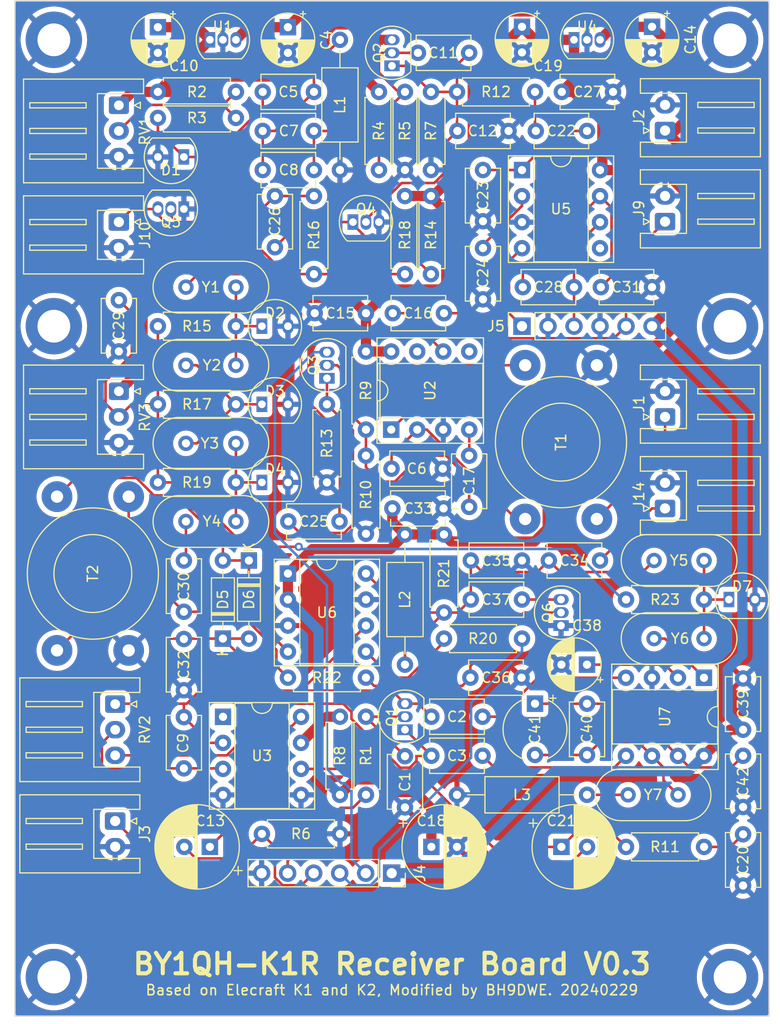
<source format=kicad_pcb>
(kicad_pcb (version 20221018) (generator pcbnew)
  (layers (0 "F.Cu" signal) (31 "B.Cu" signal) (34 "B.Paste" user) (35 "F.Paste" user) (36 "B.SilkS" user "B.Silkscreen") (37 "F.SilkS" user "F.Silkscreen") (38 "B.Mask" user) (39 "F.Mask" user) (44 "Edge.Cuts" user))
  (net 0 "")
  (net 1 "+12V")
  (net 2 "GND")
  (net 3 "Net-(Q1-G)")
  (net 4 "Net-(D1-K)")
  (net 5 "Net-(Q1-D)")
  (net 6 "Net-(Q1-S)")
  (net 7 "+5VA")
  (net 8 "VFO_Out")
  (net 9 "+5V")
  (net 10 "Net-(U2-OSC_B)")
  (net 11 "PreMix")
  (net 12 "Net-(U2-OUT_A)")
  (net 13 "Net-(Q2-B)")
  (net 14 "Net-(C5-Pad1)")
  (net 15 "Net-(T1-SA)")
  (net 16 "Net-(U3--)")
  (net 17 "Net-(Q3-E)")
  (net 18 "Net-(U3-BYPASS)")
  (net 19 "SideTone")
  (net 20 "Net-(Q3-B)")
  (net 21 "Net-(C20-Pad1)")
  (net 22 "Net-(C21-Pad1)")
  (net 23 "Net-(U5-IN_A)")
  (net 24 "Net-(C22-Pad2)")
  (net 25 "Net-(U5-IN_B)")
  (net 26 "Net-(C25-Pad2)")
  (net 27 "AF_1")
  (net 28 "Net-(Q5-B)")
  (net 29 "AF_2")
  (net 30 "Net-(Q4-E)")
  (net 31 "Net-(U5-OSC_E)")
  (net 32 "Net-(J5-Pin_3)")
  (net 33 "BW_Ctrl")
  (net 34 "Net-(C30-Pad1)")
  (net 35 "Net-(D5-A)")
  (net 36 "Coil_2A")
  (net 37 "Net-(D5-K)")
  (net 38 "Net-(J14-Pin_1)")
  (net 39 "Net-(U6-OUTB)")
  (net 40 "Net-(Q6-B)")
  (net 41 "Net-(Q6-C)")
  (net 42 "Net-(U7-IN_B)")
  (net 43 "Net-(U7-OSC_E)")
  (net 44 "Net-(D2-K)")
  (net 45 "Net-(D3-K)")
  (net 46 "Net-(D4-K)")
  (net 47 "6R{slash}AUX")
  (net 48 "Net-(U7-OSC_B)")
  (net 49 "Net-(D7-K)")
  (net 50 "AGC")
  (net 51 "Mute")
  (net 52 "Net-(J5-Pin_1)")
  (net 53 "Net-(J10-Pin_1)")
  (net 54 "Net-(L3-Pad1)")
  (net 55 "Net-(R2-Pad2)")
  (net 56 "Net-(U3-VS)")
  (net 57 "Net-(T1-SB)")
  (net 58 "Net-(U6-AGC)")
  (net 63 "Net-(J1-Pin_1)")
  (net 64 "Net-(J3-Pin_1)")
  (net 65 "Net-(U7-IN_A)")
  (footprint "MountingHole:MountingHole_3.2mm_M3_ISO14580_Pad" (layer "F.Cu") (at 109.22 69.85)
    (fp_text reference "J8")
    (fp_text value "Conn_01x01")
  )
  (footprint "Package_TO_SOT_THT:TO-92_Inline" (layer "F.Cu") (at 92.71 127 90)
    (fp_text reference "Q6")
    (fp_text value "2N3904")
  )
  (footprint "Capacitor_THT:CP_Radial_D5.0mm_P2.50mm" (layer "F.Cu") (at 101.6 68.58 -90)
    (fp_text reference "C14")
    (fp_text value "10u")
  )
  (footprint "Capacitor_THT:C_Disc_D5.1mm_W3.2mm_P5.00mm" (layer "F.Cu") (at 68.58 74.93 180)
    (fp_text reference "C5")
    (fp_text value "220")
  )
  (footprint "Capacitor_THT:CP_Radial_D5.0mm_P2.50mm" (layer "F.Cu") (at 88.9 68.58 -90)
    (fp_text reference "C19")
    (fp_text value "10u")
  )
  (footprint "Resistor_THT:R_Axial_DIN0207_L6.3mm_D2.5mm_P7.62mm_Horizontal" (layer "F.Cu") (at 66.04 132.08)
    (fp_text reference "R22")
    (fp_text value "3.9k")
  )
  (footprint "Package_DIP:DIP-8_W7.62mm_Socket" (layer "F.Cu") (at 76.13 107.88 90)
    (fp_text reference "U2")
    (fp_text value "SA602")
  )
  (footprint "Diode_THT:D_DO-35_SOD27_P7.62mm_Horizontal" (layer "F.Cu") (at 59.69 128.27 90)
    (fp_text reference "D5")
    (fp_text value "1N4148")
  )
  (footprint "Capacitor_THT:CP_Radial_D8.0mm_P2.50mm" (layer "F.Cu") (at 92.75 148.59)
    (fp_text reference "C21")
    (fp_text value "220u")
  )
  (footprint "Connector_PinSocket_2.54mm:PinSocket_1x06_P2.54mm_Vertical" (layer "F.Cu") (at 76.175 151.155 -90)
    (fp_text reference "J4")
    (fp_text value "Outer_Ctrl")
  )
  (footprint "Resistor_THT:R_Axial_DIN0207_L6.3mm_D2.5mm_P7.62mm_Horizontal" (layer "F.Cu") (at 73.66 107.88 90)
    (fp_text reference "R9")
    (fp_text value "27k")
  )
  (footprint "Resistor_THT:R_Axial_DIN0207_L6.3mm_D2.5mm_P7.62mm_Horizontal" (layer "F.Cu") (at 60.96 77.47 180)
    (fp_text reference "R3")
    (fp_text value "100k")
  )
  (footprint "Capacitor_THT:C_Disc_D5.1mm_W3.2mm_P5.00mm" (layer "F.Cu") (at 55.88 120.65 -90)
    (fp_text reference "C30")
    (fp_text value "220")
  )
  (footprint "Connector_JST:JST_XH_S2B-XH-A_1x02_P2.50mm_Horizontal" (layer "F.Cu") (at 102.87 106.64 90)
    (fp_text reference "J1")
    (fp_text value "RF_IN")
  )
  (footprint "Capacitor_THT:C_Disc_D5.1mm_W3.2mm_P5.00mm" (layer "F.Cu") (at 66.08 116.84)
    (fp_text reference "C25")
    (fp_text value "220")
  )
  (footprint "Capacitor_THT:C_Disc_D5.1mm_W3.2mm_P5.00mm" (layer "F.Cu") (at 55.88 135.93 -90)
    (fp_text reference "C9")
    (fp_text value ".01u")
  )
  (footprint "Capacitor_THT:C_Disc_D5.1mm_W3.2mm_P5.00mm" (layer "F.Cu") (at 77.47 139.74 -90)
    (fp_text reference "C1")
    (fp_text value ".047u")
  )
  (footprint "Crystal:Crystal_HC49-U_Vertical" (layer "F.Cu") (at 106.68 128.27 180)
    (fp_text reference "Y6")
    (fp_text value "4.915MHz")
  )
  (footprint "Resistor_THT:R_Axial_DIN0207_L6.3mm_D2.5mm_P7.62mm_Horizontal" (layer "F.Cu") (at 90.17 74.93 180)
    (fp_text reference "R12")
    (fp_text value "2.7k")
  )
  (footprint "Resistor_THT:R_Axial_DIN0207_L6.3mm_D2.5mm_P7.62mm_Horizontal" (layer "F.Cu") (at 60.96 113.03 180)
    (fp_text reference "R19")
    (fp_text value "100k")
  )
  (footprint "Capacitor_THT:C_Disc_D5.1mm_W3.2mm_P5.00mm" (layer "F.Cu") (at 49.53 95.25 -90)
    (fp_text reference "C29")
    (fp_text value ".01u")
  )
  (footprint "Capacitor_THT:C_Disc_D5.1mm_W3.2mm_P5.00mm" (layer "F.Cu") (at 55.88 128.31 -90)
    (fp_text reference "C32")
    (fp_text value ".01u")
  )
  (footprint "Capacitor_THT:C_Disc_D5.1mm_W3.2mm_P5.00mm" (layer "F.Cu") (at 96.52 120.65 180)
    (fp_text reference "C34")
    (fp_text value ".01u")
  )
  (footprint "Capacitor_THT:CP_Radial_D8.0mm_P2.50mm" (layer "F.Cu") (at 58.42 148.59 180)
    (fp_text reference "C13")
    (fp_text value "22u")
  )
  (footprint "Resistor_THT:R_Axial_DIN0207_L6.3mm_D2.5mm_P7.62mm_Horizontal" (layer "F.Cu") (at 88.9 128.27 180)
    (fp_text reference "R20")
    (fp_text value "5k")
  )
  (footprint "Package_TO_SOT_THT:TO-92_Inline" (layer "F.Cu") (at 72.39 87.63)
    (fp_text reference "Q4")
    (fp_text value "2N3906")
  )
  (footprint "Resistor_THT:R_Axial_DIN0207_L6.3mm_D2.5mm_P7.62mm_Horizontal" (layer "F.Cu") (at 63.5 147.32)
    (fp_text reference "R6")
    (fp_text value "1k")
  )
  (footprint "Capacitor_THT:C_Disc_D5.1mm_W3.2mm_P5.00mm" (layer "F.Cu") (at 88.9 120.65 180)
    (fp_text reference "C35")
    (fp_text value "180")
  )
  (footprint "Package_DIP:DIP-8_W7.62mm_Socket" (layer "F.Cu") (at 106.67 132.09 -90)
    (fp_text reference "U7")
    (fp_text value "SA602")
  )
  (footprint "Transformer_THT:Transformer_Toroid_Horizontal_D12.5mm_Amidon-T44" (layer "F.Cu") (at 96.21 116.6 90)
    (fp_text reference "T1")
    (fp_text value "4:20")
  )
  (footprint "MountingHole:MountingHole_3.2mm_M3_ISO14580_Pad" (layer "F.Cu") (at 43.18 161.29)
    (fp_text reference "J12")
    (fp_text value "Conn_01x01")
  )
  (footprint "Capacitor_THT:C_Disc_D5.1mm_W3.2mm_P5.00mm" (layer "F.Cu") (at 64.77 85.09 -90)
    (fp_text reference "C26")
    (fp_text value "100")
  )
  (footprint "Resistor_THT:R_Axial_DIN0207_L6.3mm_D2.5mm_P7.62mm_Horizontal" (layer "F.Cu") (at 69.85 113.03 90)
    (fp_text reference "R13")
    (fp_text value "27k")
  )
  (footprint "Connector_PinSocket_2.54mm:PinSocket_1x06_P2.54mm_Vertical" (layer "F.Cu") (at 88.9 97.79 90)
    (fp_text reference "J5")
    (fp_text value "Premix_Filter")
  )
  (footprint "Connector_JST:JST_XH_S3B-XH-A_1x03_P2.50mm_Horizontal" (layer "F.Cu") (at 49.53 104.14 -90)
    (fp_text reference "RV3")
    (fp_text value "100k")
  )
  (footprint "Capacitor_THT:C_Disc_D5.1mm_W3.2mm_P5.00mm" (layer "F.Cu") (at 96.6 93.98)
    (fp_text reference "C31")
    (fp_text value "39")
  )
  (footprint "Capacitor_THT:C_Disc_D5.1mm_W3.2mm_P5.00mm" (layer "F.Cu") (at 97.79 74.93 180)
    (fp_text reference "C27")
    (fp_text value "0.47u")
  )
  (footprint "Resistor_THT:R_Axial_DIN0207_L6.3mm_D2.5mm_P7.62mm_Horizontal" (layer "F.Cu") (at 106.68 124.46 180)
    (fp_text reference "R23")
    (fp_text value "100k")
  )
  (footprint "Crystal:Crystal_HC49-U_Vertical" (layer "F.Cu") (at 60.96 101.6 180)
    (fp_text reference "Y2")
    (fp_text value "4.915MHz")
  )
  (footprint "Capacitor_THT:C_Disc_D5.1mm_W3.2mm_P5.00mm" (layer "F.Cu") (at 110.49 147.36 -90)
    (fp_text reference "C20")
    (fp_text value ".047u")
  )
  (footprint "Capacitor_THT:CP_Radial_D5.0mm_P2.50mm" (layer "F.Cu") (at 53.34 68.62 -90)
    (fp_text reference "C10")
    (fp_text value "10u")
  )
  (footprint "Package_DIP:DIP-8_W7.62mm_Socket" (layer "F.Cu") (at 66.04 121.92)
    (fp_text reference "U6")
    (fp_text value "MC1350")
  )
  (footprint "Package_TO_SOT_THT:TO-92-2" (layer "F.Cu") (at 63.5 113.03)
    (fp_text reference "D4")
    (fp_text value "ISV149")
  )
  (footprint "Capacitor_THT:C_Disc_D5.1mm_W3.2mm_P5.00mm" (layer "F.Cu") (at 88.98 93.98)
    (fp_text reference "C28")
    (fp_text value "39")
  )
  (footprint "Capacitor_THT:C_Disc_D5.1mm_W3.2mm_P5.00mm" (layer "F.Cu") (at 76.16 111.69)
    (fp_text reference "C6")
    (fp_text value ".01u")
  )
  (footprint "Capacitor_THT:C_Disc_D5.1mm_W3.2mm_P5.00mm" (layer "F.Cu") (at 85.05 135.89 180)
    (fp_text reference "C2")
    (fp_text value "0.1u")
  )
  (footprint "Resistor_THT:R_Axial_DIN0207_L6.3mm_D2.5mm_P7.62mm_Horizontal" (layer "F.Cu") (at 81.28 118.11 -90)
    (fp_text reference "R21")
    (fp_text value "5.6k")
  )
  (footprint "Connector_JST:JST_XH_S2B-XH-A_1x02_P2.50mm_Horizontal" (layer "F.Cu") (at 49.17 146.07 -90)
    (fp_text reference "J3")
    (fp_text value "Audio")
  )
  (footprint "Inductor_THT:L_Axial_L7.0mm_D3.3mm_P12.70mm_Horizontal_Fastron_MICC" (layer "F.Cu") (at 77.47 130.81 90)
    (fp_text reference "L2")
    (fp_text value "4.7u")
  )
  (footprint "Resistor_THT:R_Axial_DIN0207_L6.3mm_D2.5mm_P7.62mm_Horizontal" (layer "F.Cu") (at 60.96 97.79 180)
    (fp_text reference "R15")
    (fp_text value "100k")
  )
  (footprint "Resistor_THT:R_Axial_DIN0207_L6.3mm_D2.5mm_P7.62mm_Horizontal" (layer "F.Cu") (at 68.58 92.71 90)
    (fp_text reference "R16")
    (fp_text value "100k")
  )
  (footprint "Package_TO_SOT_THT:TO-92_Inline" (layer "F.Cu") (at 55.88 86.36 180)
    (fp_text reference "Q5")
    (fp_text value "2N3904")
  )
  (footprint "Capacitor_THT:C_Disc_D5.1mm_W3.2mm_P5.00mm" (layer "F.Cu") (at 81.24 115.57 180)
    (fp_text reference "C33")
    (fp_text value "0.47u")
  )
  (footprint "Crystal:Crystal_HC49-U_Vertical" (layer "F.Cu") (at 60.96 116.84 180)
    (fp_text reference "Y4")
    (fp_text value "4.915MHz")
  )
  (footprint "Capacitor_THT:C_Disc_D5.1mm_W3.2mm_P5.00mm" (layer "F.Cu") (at 83.86 132.08)
    (fp_text reference "C36")
    (fp_text value ".01u")
  )
  (footprint "Inductor_THT:L_Axial_L7.0mm_D3.3mm_P12.70mm_Horizontal_Fastron_MICC" (layer "F.Cu") (at 95.25 143.51 180)
    (fp_text reference "L3")
    (fp_text value "47u")
  )
  (footprint "Package_TO_SOT_THT:TO-92-2" (layer "F.Cu") (at 63.5 97.79)
    (fp_text reference "D2")
    (fp_text value "ISV149")
  )
  (footprint "Resistor_THT:R_Axial_DIN0207_L6.3mm_D2.5mm_P7.62mm_Horizontal" (layer "F.Cu") (at 53.34 74.93)
    (fp_text reference "R2")
    (fp_text value "100k")
  )
  (footprint "Crystal:Crystal_HC49-U_Vertical" (layer "F.Cu") (at 56.08 109.22)
    (fp_text reference "Y3")
    (fp_text value "4.915MHz")
  )
  (footprint "MountingHole:MountingHole_3.2mm_M3_ISO14580_Pad" (layer "F.Cu") (at 109.22 97.79)
    (fp_text reference "J7")
    (fp_text value "Conn_01x01")
  )
  (footprint "Package_DIP:DIP-8_W7.62mm_Socket" (layer "F.Cu") (at 59.7 135.9)
    (fp_text reference "U3")
    (fp_text value "LM380N-8")
  )
  (footprint "Capacitor_THT:C_Disc_D5.1mm_W3.2mm_P5.00mm" (layer "F.Cu") (at 76.28 96.52)
    (fp_text reference "C16")
    (fp_text value "1000")
  )
  (footprint "Resistor_THT:R_Axial_DIN0207_L6.3mm_D2.5mm_P7.62mm_Horizontal" (layer "F.Cu") (at 74.93 82.55 90)
    (fp_text reference "R4")
    (fp_text value "51k")
  )
  (footprint "Resistor_THT:R_Axial_DIN0207_L6.3mm_D2.5mm_P7.62mm_Horizontal" (layer "F.Cu") (at 80.01 85.09 -90)
    (fp_text reference "R14")
    (fp_text value "2.7k")
  )
  (footprint "Capacitor_THT:C_Disc_D5.1mm_W3.2mm_P5.00mm" (layer "F.Cu") (at 78.74 71.12)
    (fp_text reference "C11")
    (fp_text value "1000")
  )
  (footprint "Capacitor_THT:C_Disc_D5.1mm_W3.2mm_P5.00mm" (layer "F.Cu") (at 88.9 124.46 180)
    (fp_text reference "C37")
    (fp_text value "100")
  )
  (footprint "Package_TO_SOT_THT:TO-92-2" (layer "F.Cu") (at 63.5 105.41)
    (fp_text reference "D3")
    (fp_text value "ISV149")
  )
  (footprint "Capacitor_THT:C_Disc_D5.1mm_W3.2mm_P5.00mm" (layer "F.Cu") (at 85.09 87.55 90)
    (fp_text reference "C23")
    (fp_text value "220")
  )
  (footprint "Package_TO_SOT_THT:TO-92_Inline" (layer "F.Cu") (at 93.98 69.85)
    (fp_text reference "U4")
    (fp_text value "L78L05_TO92")
  )
  (footprint "Connector_JST:JST_XH_S2B-XH-A_1x02_P2.50mm_Horizontal" (layer "F.Cu") (at 49.53 87.63 -90)
    (fp_text reference "J10")
    (fp_text value "Freq_Counter")
  )
  (footprint "Inductor_THT:L_Axial_L7.0mm_D3.3mm_P12.70mm_Horizontal_Fastron_MICC" (layer "F.Cu") (at 71.12 69.85 -90)
    (fp_text reference "L1")
    (fp_text value "47u")
  )
  (footprint "Capacitor_THT:C_Disc_D5.1mm_W3.2mm_P5.00mm" (layer "F.Cu") (at 83.74 110.42 -90)
    (fp_text reference "C17")
    (fp_text value "1000")
  )
  (footprint "Resistor_THT:R_Axial_DIN0207_L6.3mm_D2.5mm_P7.62mm_Horizontal" (layer "F.Cu") (at 71.12 135.89 -90)
    (fp_text reference "R8")
    (fp_text value "10")
  )
  (footprint "Capacitor_THT:CP_Radial_D5.0mm_P2.50mm" (layer "F.Cu") (at 66.04 68.62 -90)
    (fp_text reference "C4")
    (fp_text value "10u")
  )
  (footprint "Package_TO_SOT_THT:TO-92-2" (layer "F.Cu") (at 109.11 124.46)
    (fp_text reference "D7")
    (fp_text value "ISV149")
  )
  (footprint "Resistor_THT:R_Axial_DIN0207_L6.3mm_D2.5mm_P7.62mm_Horizontal" (layer "F.Cu") (at 73.66 118.04 90)
    (fp_text reference "R10")
    (fp_text value "27k")
  )
  (footprint "Capacitor_THT:C_Disc_D5.1mm_W3.2mm_P5.00mm" (layer "F.Cu") (at 95.25 134.62 -90)
    (fp_text reference "C40")
    (fp_text value "22")
  )
  (footprint "Resistor_THT:R_Axial_DIN0207_L6.3mm_D2.5mm_P7.62mm_Horizontal" (layer "F.Cu") (at 106.68 148.59 180)
    (fp_text reference "R11")
    (fp_text value "1.5")
  )
  (footprint "Capacitor_THT:CP_Radial_Tantal_D6.0mm_P5.00mm" (layer "F.Cu") (at 90.17 134.62 -90)
    (fp_text reference "C41")
    (fp_text value "50")
  )
  (footprint "Resistor_THT:R_Axial_DIN0207_L6.3mm_D2.5mm_P7.62mm_Horizontal" (layer "F.Cu") (at 73.66 135.89 -90)
    (fp_text reference "R1")
    (fp_text value "47k")
  )
  (footprint "MountingHole:MountingHole_3.2mm_M3_ISO14580_Pad" (layer "F.Cu") (at 43.18 69.85)
    (fp_text reference "J6")
    (fp_text value "Conn_01x01")
  )
  (footprint "Capacitor_THT:C_Disc_D5.1mm_W3.2mm_P5.00mm" (layer "F.Cu") (at 85.05 139.7 180)
    (fp_text reference "C3")
    (fp_text value "0.1u")
  )
  (footprint "Crystal:Crystal_HC49-U_Vertical" (layer "F.Cu") (at 56.08 93.98)
    (fp_text reference "Y1")
    (fp_text value "4.915MHz")
  )
  (footprint "Package_TO_SOT_THT:TO-92_Inline" (layer "F.Cu") (at 69.85 102.87 90)
    (fp_text reference "Q3")
    (fp_text value "2N3904")
  )
  (footprint "Resistor_THT:R_Axial_DIN0207_L6.3mm_D2.5mm_P7.62mm_Horizontal" (layer "F.Cu") (at 80.01 74.93 -90)
    (fp_text reference "R7")
    (fp_text value "2k")
  )
  (footprint "Capacitor_THT:C_Disc_D5.1mm_W3.2mm_P5.00mm" (layer "F.Cu") (at 68.58 82.55 180)
    (fp_text reference "C8")
    (fp_text value "1000")
  )
  (footprint "Package_TO_SOT_THT:TO-92_Inline" (layer "F.Cu") (at 77.47 137.16 90)
    (fp_text reference "Q1")
    (fp_text value "2N7000")
  )
  (footprint "Connector_JST:JST_XH_S2B-XH-A_1x02_P2.50mm_Horizontal" (layer "F.Cu") (at 102.87 78.7 90)
    (fp_text reference "J2")
    (fp_text value "PWR_12V")
  )
  (footprint "Capacitor_THT:C_Disc_D5.1mm_W3.2mm_P5.00mm" (layer "F.Cu") (at 85.09 90.17 -90)
    (fp_text reference "C24")
    (fp_text value ".01u")
  )
  (footprint "Resistor_THT:R_Axial_DIN0207_L6.3mm_D2.5mm_P7.62mm_Horizontal" (layer "F.Cu") (at 60.96 105.41 180)
    (fp_text reference "R17")
    (fp_text value "100k")
  )
  (footprint "Crystal:Crystal_HC49-U_Vertical" (layer "F.Cu") (at 101.8 120.65)
    (fp_text reference "Y5")
    (fp_text value "4.915MHz")
  )
  (footprint "Capacitor_THT:C_Disc_D5.1mm_W3.2mm_P5.00mm" (layer "F.Cu") (at 95.25 78.74 180)
    (fp_text reference "C22")
    (fp_text value ".01u")
  )
  (footprint "Package_DIP:DIP-8_W7.62mm_Socket" (layer "F.Cu") (at 88.9 82.56)
    (fp_text reference "U5")
    (fp_text value "SA602")
  )
  (footprint "Resistor_THT:R_Axial_DIN0207_L6.3mm_D2.5mm_P7.62mm_Horizontal" (layer "F.Cu") (at 77.47 82.55 90)
    (fp_text reference "R5")
    (fp_text value "51k")
  )
  (footprint "Capacitor_THT:C_Disc_D5.1mm_W3.2mm_P5.00mm" (layer "F.Cu") (at 68.66 96.52)
    (fp_text reference "C15")
    (fp_text value "0.47u")
  )
  (footprint "MountingHole:MountingHole_3.2mm_M3_ISO14580_Pad" (layer "F.Cu") (at 43.18 97.79)
    (fp_text reference "J11")
    (fp_text value "Conn_01x01")
  )
  (footprint "Connector_JST:JST_XH_S2B-XH-A_1x02_P2.50mm_Horizontal" (layer "F.Cu") (at 102.87 115.57 90)
    (fp_text reference "J14")
    (fp_text value "IF_Out")
  )
  (footprint "Package_TO_SOT_THT:TO-92-2" (layer "F.Cu") (at 55.88 81.28 180)
    (fp_text reference "D1")
    (fp_text value "ISV149")
  )
  (footprint "Package_TO_SOT_THT:TO-92_Inline" (layer "F.Cu") (at 76.2 72.39 90)
    (fp_text reference "Q2")
    (fp_text value "S9018")
  )
  (footprint "Diode_THT:D_DO-35_SOD27_P7.62mm_Horizontal" (layer "F.Cu") (at 62.23 120.65 -90)
    (fp_text reference "D6")
    (fp_text value "1N4148")
  )
  (footprint "Capacitor_THT:C_Disc_D5.1mm_W3.2mm_P5.00mm" (layer "F.Cu") (at 68.58 78.74 180)
    (fp_text reference "C7")
    (fp_text value "220")
  )
  (footprint "Capacitor_THT:CP_Radial_D5.0mm_P2.50mm" (layer "F.Cu") (at 95.25 130.81 180)
    (fp_text reference "C38")
    (fp_text value "2.2u")
  )
  (footprint "Connector_JST:JST_XH_S3B-XH-A_1x03_P2.50mm_Horizontal" (layer "F.Cu") (at 49.53 76.24 -90)
    (fp_text reference "RV1")
    (fp_text value "100k")
  )
  (footprint "Resistor_THT:R_Axial_DIN0207_L6.3mm_D2.5mm_P7.62mm_Horizontal" (layer "F.Cu") (at 77.47 85.09 -90)
    (fp_text reference "R18")
    (fp_text value "2.7k")
  )
  (footprint "Capacitor_THT:CP_Radial_D8.0mm_P2.50mm" (layer "F.Cu") (at 80.05 148.59)
    (fp_text reference "C18")
    (fp_text value "220u")
  )
  (footprint "MountingHole:MountingHole_3.2mm_M3_ISO14580_Pad" (layer "F.Cu") (at 109.22 161.29)
    (fp_text reference "J13")
    (fp_text value "Conn_01x01")
  )
  (footprint "Connector_JST:JST_XH_S2B-XH-A_1x02_P2.50mm_Horizontal" (layer "F.Cu") (at 102.87 87.59 90)
    (fp_text reference "J9")
    (fp_text value "PreMix_Out")
  )
  (footprint "Package_TO_SOT_THT:TO-92_Inline" (layer "F.Cu") (at 58.42 69.85)
    (fp_text reference "U1")
    (fp_text value "L78L05_TO92")
  )
  (footprint "Transformer_THT:Transformer_Toroid_Horizontal_D12.5mm_Amidon-T44" (layer "F.Cu") (at 50.49 129.42 90)
    (fp_text reference "T2")
    (fp_text value "5:20")
  )
  (footprint "Capacitor_THT:C_Disc_D5.1mm_W3.2mm_P5.00mm" (layer "F.Cu") (at 110.49 139.7 -90)
    (fp_text reference "C42")
    (fp_text value "330")
  )
  (footprint "Connector_JST:JST_XH_S3B-XH-A_1x03_P2.50mm_Horizontal" (layer "F.Cu") (at 49.17 134.66 -90)
    (fp_text reference "RV2")
    (fp_text value "100k")
  )
  (footprint "Capacitor_THT:C_Disc_D5.1mm_W3.2mm_P5.00mm" (layer "F.Cu") (at 110.49 132.16 -90)
    (fp_text reference "C39")
    (fp_text value "0.47u")
  )
  (footprint "Capacitor_THT:C_Disc_D5.1mm_W3.2mm_P5.00mm" (layer "F.Cu") (at 82.59 78.74)
    (fp_text reference "C12")
    (fp_text value "1000")
  )
  (footprint "Crystal:Crystal_HC49-U_Vertical" (layer "F.Cu") (at 104.14 143.51 180)
    (fp_text reference "Y7")
    (fp_text value "4.915MHz")
  )
  (gr_rect (start 39.37 66.04) (end 113.03 165.1) (stroke (width 0.1)) (fill none) (layer "Edge.Cuts"))
  (gr_text "BY1QH-K1R Receiver Board V0.3" (at 76.2 160.02) (layer "F.SilkS") (effects (font (size 2 2) (thickness 0.4) bold)))
  (gr_text "Based on Elecraft K1 and K2, Modified by BH9DWE. 20240229" (at 76.2 162.56) (layer "F.SilkS") (effects (font (size 1 1))))
  (segment (start 81.28 118.11) (end 77.47 118.11) (width 1) (layer "F.Cu") (net 1))
  (segment (start 76.24 115.57) (end 76.24 116.88) (width 1) (layer "F.Cu") (net 1))
  (segment (start 103.87 78.7) (end 105.41 77.16) (width 1) (layer "F.Cu") (net 1))
  (segment (start 76.24 116.88) (end 77.47 118.11) (width 1) (layer "F.Cu") (net 1))
  (segment (start 66.04 121.92) (end 68.42 119.54) (width 1) (layer "F.Cu") (net 1))
  (segment (start 90.12127 118.8) (end 81.97 118.8) (width 1) (layer "F.Cu") (net 1))
  (segment (start 71.12 143.51) (end 72.62 142.01) (width 1) (layer "F.Cu") (net 1))
  (segment (start 102.87 78.7) (end 103.87 78.7) (width 1) (layer "F.Cu") (net 1))
  (segment (start 66.04 68.62) (end 62.19 68.62) (width 1) (layer "F.Cu") (net 1))
  (segment (start 96.29 67.08) (end 97.79 68.58) (width 1) (layer "F.Cu") (net 1))
  (segment (start 75.74 142.01) (end 76.97 143.24) (width 1) (layer "F.Cu") (net 1))
  (segment (start 67.58 67.08) (end 96.29 67.08) (width 1) (layer "F.Cu") (net 1))
  (segment (start 91.41 117.51127) (end 90.12127 118.8) (width 1) (layer "F.Cu") (net 1))
  (segment (start 76.04 119.54) (end 77.47 118.11) (width 1) (layer "F.Cu") (net 1))
  (segment (start 106.61 94.972032) (end 91.41 110.172032) (width 1) (layer "F.Cu") (net 1))
  (segment (start 97.79 68.58) (end 96.52 69.85) (width 1) (layer "F.Cu") (net 1))
  (segment (start 105.41 72.39) (end 101.6 68.58) (width 1) (layer "F.Cu") (net 1))
  (segment (start 80.05 144.82) (end 80.05 148.59) (width 1) (layer "F.Cu") (net 1))
  (segment (start 76.97 143.24) (end 78.47 143.24) (width 1) (layer "F.Cu") (net 1))
  (segment (start 68.42 119.54) (end 76.04 119.54) (width 1) (layer "F.Cu") (net 1))
  (segment (start 105.41 77.16) (end 105.41 72.39) (width 1) (layer "F.Cu") (net 1))
  (segment (start 78.47 143.24) (end 80.05 144.82) (width 1) (layer "F.Cu") (net 1))
  (segment (start 66.04 121.92) (end 66.04 124.46) (width 1) (layer "F.Cu") (net 1))
  (segment (start 91.41 110.172032) (end 91.41 117.51127) (width 1) (layer "F.Cu") (net 1))
  (segment (start 97.79 68.58) (end 101.6 68.58) (width 1) (layer "F.Cu") (net 1))
  (segment (start 62.19 68.62) (end 60.96 69.85) (width 1) (layer "F.Cu") (net 1))
  (segment (start 102.87 78.7) (end 106.61 82.44) (width 1) (layer "F.Cu") (net 1))
  (segment (start 106.61 82.44) (end 106.61 94.972032) (width 1) (layer "F.Cu") (net 1))
  (segment (start 81.97 118.8) (end 81.28 118.11) (width 1) (layer "F.Cu") (net 1))
  (segment (start 72.62 142.01) (end 75.74 142.01) (width 1) (layer "F.Cu") (net 1))
  (segment (start 66.04 68.62) (end 67.58 67.08) (width 1) (layer "F.Cu") (net 1))
  (segment (start 69.025 141.415) (end 71.12 143.51) (width 1) (layer "B.Cu") (net 1))
  (segment (start 69.025 127.445) (end 69.025 141.415) (width 1) (layer "B.Cu") (net 1))
  (segment (start 66.04 124.46) (end 69.025 127.445) (width 1) (layer "B.Cu") (net 1))
  (segment (start 73.66 135.93) (end 73.66 135.89) (width 0.25) (layer "F.Cu") (net 3))
  (segment (start 77.47 139.74) (end 73.66 135.93) (width 0.25) (layer "F.Cu") (net 3))
  (segment (start 77.47 135.89) (end 73.66 135.89) (width 0.25) (layer "F.Cu") (net 3))
  (segment (start 53.34 78.74) (end 55.88 81.28) (width 0.25) (layer "F.Cu") (net 4))
  (segment (start 58.740991 81.28) (end 63.58 76.440991) (width 0.25) (layer "F.Cu") (net 4))
  (segment (start 55.88 81.28) (end 58.740991 81.28) (width 0.25) (layer "F.Cu") (net 4))
  (segment (start 63.58 76.440991) (end 63.58 74.93) (width 0.25) (layer "F.Cu") (net 4))
  (segment (start 53.34 77.47) (end 53.34 78.74) (width 0.25) (layer "F.Cu") (net 4))
  (segment (start 58.39 138.44) (end 55.88 135.93) (width 0.25) (layer "F.Cu") (net 5))
  (segment (start 56.160991 134.62) (end 55.88 134.62) (width 0.25) (layer "F.Cu") (net 5))
  (segment (start 55.88 135.93) (end 55.88 134.62) (width 0.25) (layer "F.Cu") (net 5))
  (segment (start 67.946396 133.35) (end 67.496396 133.8) (width 0.25) (layer "F.Cu") (net 5))
  (segment (start 49.21 134.62) (end 49.17 134.66) (width 0.25) (layer "F.Cu") (net 5))
  (segment (start 57.430991 133.35) (end 56.160991 134.62) (width 0.25) (layer "F.Cu") (net 5))
  (segment (start 76.2 133.35) (end 67.946396 133.35) (width 0.25) (layer "F.Cu") (net 5))
  (segment (start 64.583604 133.8) (end 64.133604 133.35) (width 0.25) (layer "F.Cu") (net 5))
  (segment (start 67.496396 133.8) (end 64.583604 133.8) (width 0.25) (layer "F.Cu") (net 5))
  (segment (start 78.78 134.62) (end 77.47 134.62) (width 0.25) (layer "F.Cu") (net 5))
  (segment (start 59.7 138.44) (end 58.39 138.44) (width 0.25) (layer "F.Cu") (net 5))
  (segment (start 77.47 134.62) (end 76.2 133.35) (width 0.25) (layer "F.Cu") (net 5))
  (segment (start 55.88 134.62) (end 49.21 134.62) (width 0.25) (layer "F.Cu") (net 5))
  (segment (start 80.05 135.89) (end 78.78 134.62) (width 0.25) (layer "F.Cu") (net 5))
  (segment (start 64.133604 133.35) (end 57.430991 133.35) (width 0.25) (layer "F.Cu") (net 5))
  (segment (start 72.245 135.424009) (end 71.440991 134.62) (width 0.25) (layer "F.Cu") (net 6))
  (segment (start 78.595 140.205991) (end 77.935991 140.865) (width 0.25) (layer "F.Cu") (net 6))
  (segment (start 77.47 137.16) (end 77.51 137.16) (width 0.25) (layer "F.Cu") (net 6))
  (segment (start 65.110991 134.62) (end 60.070991 139.66) (width 0.25) (layer "F.Cu") (net 6))
  (segment (start 77.935991 140.865) (end 77.004009 140.865) (width 0.25) (layer "F.Cu") (net 6))
  (segment (start 77.004009 140.865) (end 72.245 136.105991) (width 0.25) (layer "F.Cu") (net 6))
  (segment (start 78.595 139.7) (end 78.595 140.205991) (width 0.25) (layer "F.Cu") (net 6))
  (segment (start 77.51 137.16) (end 80.05 139.7) (width 0.25) (layer "F.Cu") (net 6))
  (segment (start 71.440991 134.62) (end 65.110991 134.62) (width 0.25) (layer "F.Cu") (net 6))
  (segment (start 80.05 139.7) (end 78.595 139.7) (width 0.25) (layer "F.Cu") (net 6))
  (segment (start 72.245 136.105991) (end 72.245 135.424009) (width 0.25) (layer "F.Cu") (net 6))
  (segment (start 60.070991 139.66) (end 49.17 139.66) (width 0.25) (layer "F.Cu") (net 6))
  (segment (start 69.62 70.08) (end 69.62 69.228679) (width 1) (layer "F.Cu") (net 7))
  (segment (start 73.43 70.87) (end 74.45 69.85) (width 1) (layer "F.Cu") (net 7))
  (segment (start 58.42 69.85) (end 53.34 74.93) (width 1) (layer "F.Cu") (net 7))
  (segment (start 69.62 69.228679) (end 70.498679 68.35) (width 1) (layer "F.Cu") (net 7))
  (segment (start 73.43 73.43) (end 74.93 74.93) (width 1) (layer "F.Cu") (net 7))
  (segment (start 66.27 73.43) (end 69.62 70.08) (width 1) (layer "F.Cu") (net 7))
  (segment (start 72.16 68.35) (end 73.43 69.62) (width 1) (layer "F.Cu") (net 7))
  (segment (start 53.34 68.62) (end 57.19 68.62) (width 1) (layer "F.Cu") (net 7))
  (segment (start 70.498679 68.35) (end 72.16 68.35) (width 1) (layer "F.Cu") (net 7))
  (segment (start 73.43 73.43) (end 73.43 70.87) (width 1) (layer "F.Cu") (net 7))
  (segment (start 53.34 74.93) (end 58.192588 74.93) (width 1) (layer "F.Cu") (net 7))
  (segment (start 59.692588 73.43) (end 66.27 73.43) (width 1) (layer "F.Cu") (net 7))
  (segment (start 50.84 74.93) (end 49.53 76.24) (width 1) (layer "F.Cu") (net 7))
  (segment (start 57.19 68.62) (end 58.42 69.85) (width 1) (layer "F.Cu") (net 7))
  (segment (start 53.34 74.93) (end 50.84 74.93) (width 1) (layer "F.Cu") (net 7))
  (segment (start 58.192588 74.93) (end 59.692588 73.43) (width 1) (layer "F.Cu") (net 7))
  (segment (start 74.45 69.85) (end 76.2 69.85) (width 1) (layer "F.Cu") (net 7))
  (segment (start 73.43 69.62) (end 73.43 73.43) (width 1) (layer "F.Cu") (net 7))
  (segment (start 75.975 84.994009) (end 77.149009 83.82) (width 0.25) (layer "F.Cu") (net 8))
  (segment (start 82.59 78.74) (end 81.32 80.01) (width 0.25) (layer "F.Cu") (net 8))
  (segment (start 73.66 87.405) (end 75.975 85.09) (width 0.25) (layer "F.Cu") (net 8))
  (segment (start 77.47 72.39) (end 80.01 74.93) (width 0.25) (layer "F.Cu") (net 8))
  (segment (start 82.55 74.93) (end 80.01 74.93) (width 0.25) (layer "F.Cu") (net 8))
  (segment (start 81.32 80.01) (end 81.28 80.01) (width 0.25) (layer "F.Cu") (net 8))
  (segment (start 81.28 80.01) (end 81.28 82.870991) (width 0.25) (layer "F.Cu") (net 8))
  (segment (start 82.55 74.93) (end 82.55 78.7) (width 0.25) (layer "F.Cu") (net 8))
  (segment (start 82.55 72.31) (end 82.55 74.93) (width 0.25) (layer "F.Cu") (net 8))
  (segment (start 81.28 82.870991) (end 80.330991 83.82) (width 0.25) (layer "F.Cu") (net 8))
  (segment (start 76.2 72.39) (end 77.47 72.39) (width 0.25) (layer "F.Cu") (net 8))
  (segment (start 75.975 85.09) (end 75.975 84.994009) (width 0.25) (layer "F.Cu") (net 8))
  (segment (start 73.66 87.63) (end 73.66 87.405) (width 0.25) (layer "F.Cu") (net 8))
  (segment (start 83.74 71.12) (end 82.55 72.31) (width 0.25) (layer "F.Cu") (net 8))
  (segment (start 77.149009 83.82) (end 80.330991 83.82) (width 0.25) (layer "F.Cu") (net 8))
  (segment (start 82.55 78.7) (end 82.59 78.74) (width 0.25) (layer "F.Cu") (net 8))
  (segment (start 84.09 73.39) (end 84.09 79.74) (width 1) (layer "F.Cu") (net 9))
  (segment (start 96.52 82.56) (end 102.682031 82.56) (width 1) (layer "F.Cu") (net 9))
  (segment (start 73.66 96.52) (end 73.66 100.26) (width 1) (layer "F.Cu") (net 9))
  (segment (start 75.97 94.21) (end 73.66 96.52) (width 1) (layer "F.Cu") (net 9))
  (segment (start 90.17 69.85) (end 88.9 68.58) (width 1) (layer "F.Cu") (net 9))
  (segment (start 82.105 83.212717) (end 80.227717 85.09) (width 1) (layer "F.Cu") (net 9))
  (segment (start 93.98 73.74) (end 92.79 74.93) (width 1) (layer "F.Cu") (net 9))
  (segment (start 72.16 95.02) (end 66.942284 95.02) (width 1) (layer "F.Cu") (net 9))
  (segment (start 88.9 68.58) (end 84.09 73.39) (width 1) (layer "F.Cu") (net 9))
  (segment (start 54.472284 90.307716) (end 51.84 92.94) (width 1) (layer "F.Cu") (net 9))
  (segment (start 81.51 86.59) (end 81.51 93.67) (width 1) (layer "F.Cu") (net 9))
  (segment (start 102.682031 82.56) (end 105.41 85.287969) (width 1) (layer "F.Cu") (net 9))
  (segment (start 51.84 92.94) (end 51.84 101.83) (width 1) (layer "F.Cu") (net 9))
  (segment (start 82.105 81.725) (end 82.105 83.212717) (width 1) (layer "F.Cu") (net 9))
  (segment (start 96.75 82.33) (end 96.52 82.56) (width 1) (layer "F.Cu") (net 9))
  (segment (start 105.41 93.98) (end 101.6 97.79) (width 1) (layer "F.Cu") (net 9))
  (segment (start 90.17 69.85) (end 93.98 69.85) (width 1) (layer "F.Cu") (net 9))
  (segment (start 84.09 79.74) (end 82.105 81.725) (width 1) (layer "F.Cu") (net 9))
  (segment (start 80.97 94.21) (end 75.97 94.21) (width 1) (layer "F.Cu") (net 9))
  (segment (start 96.75 77.75863) (end 96.75 82.33) (width 1) (layer "F.Cu") (net 9))
  (segment (start 110.49 137.16) (end 109.22 137.16) (width 1) (layer "F.Cu") (net 9))
  (segment (start 66.942284 95.02) (end 62.23 90.307716) (width 1) (layer "F.Cu") (net 9))
  (segment (start 93.92137 74.93) (end 96.75 77.75863) (width 1) (layer "F.Cu") (net 9))
  (segment (start 62.23 90.307716) (end 54.472284 90.307716) (width 1) (layer "F.Cu") (net 9))
  (segment (start 81.51 93.67) (end 80.97 94.21) (width 1) (layer "F.Cu") (net 9))
  (segment (start 73.66 96.52) (end 72.16 95.02) (width 1) (layer "F.Cu") (net 9))
  (segment (start 109.22 137.16) (end 106.67 139.71) (width 1) (layer "F.Cu") (net 9))
  (segment (start 92.79 74.93) (end 93.92137 74.93) (width 1) (layer "F.Cu") (net 9))
  (segment (start 76.13 100.26) (end 73.66 100.26) (width 1) (layer "F.Cu") (net 9))
  (segment (start 80.227717 85.09) (end 77.47 85.09) (width 1) (layer "F.Cu") (net 9))
  (segment (start 80.01 85.09) (end 81.51 86.59) (width 1) (layer "F.Cu") (net 9))
  (segment (start 105.41 85.287969) (end 105.41 93.98) (width 1) (layer "F.Cu") (net 9))
  (segment (start 93.98 69.85) (end 93.98 73.74) (width 1) (layer "F.Cu") (net 9))
  (segment (start 51.84 101.83) (end 49.53 104.14) (width 1) (layer "F.Cu") (net 9))
  (segment (start 82.106321 151.155) (end 76.175 151.155) (width 1) (layer "B.Cu") (net 9))
  (segment (start 108.99 135.66) (end 110.49 137.16) (width 1) (layer "B.Cu") (net 9))
  (segment (start 92.051321 141.21) (end 82.106321 151.155) (width 1) (layer "B.Cu") (net 9))
  (segment (start 110.425 106.615) (end 110.425 129.825) (width 1) (layer "B.Cu") (net 9))
  (segment (start 110.425 129.825) (end 108.99 131.26) (width 1) (layer "B.Cu") (net 9))
  (segment (start 105.17 141.21) (end 92.051321 141.21) (width 1) (layer "B.Cu") (net 9))
  (segment (start 108.99 131.26) (end 108.99 135.66) (width 1) (layer "B.Cu") (net 9))
  (segment (start 106.67 139.71) (end 105.17 141.21) (width 1) (layer "B.Cu") (net 9))
  (segment (start 101.6 97.79) (end 110.425 106.615) (width 1) (layer "B.Cu") (net 9))
  (segment (start 77.47 96.52) (end 81.21 100.26) (width 0.25) (layer "F.Cu") (net 10))
  (segment (start 76.28 96.52) (end 77.47 96.52) (width 0.25) (layer "F.Cu") (net 10))
  (segment (start 81.28 96.52) (end 83.915 96.52) (width 0.25) (layer "F.Cu") (net 11))
  (segment (start 102.87 87.59) (end 99.06 91.4) (width 0.25) (layer "F.Cu") (net 11))
  (segment (start 86.36 98.965) (end 86.265 98.965) (width 0.25) (layer "F.Cu") (net 11))
  (segment (start 97.885 98.965) (end 86.36 98.965) (width 0.25) (layer "F.Cu") (net 11))
  (segment (start 83.915 96.52) (end 86.36 98.965) (width 0.25) (layer "F.Cu") (net 11))
  (segment (start 99.06 97.79) (end 97.885 98.965) (width 0.25) (layer "F.Cu") (net 11))
  (segment (start 99.06 91.4) (end 99.06 97.79) (width 0.25) (layer "F.Cu") (net 11))
  (segment (start 83.75 110.41) (end 83.74 110.42) (width 0.25) (layer "F.Cu") (net 12))
  (segment (start 83.75 107.88) (end 83.75 110.41) (width 0.25) (layer "F.Cu") (net 12))
  (segment (start 73.66 78.74) (end 77.47 74.93) (width 0.25) (layer "F.Cu") (net 13))
  (segment (start 74.93 80.01) (end 73.66 78.74) (width 0.25) (layer "F.Cu") (net 13))
  (segment (start 74.93 73.045) (end 76.815 74.93) (width 0.25) (layer "F.Cu") (net 13))
  (segment (start 74.93 82.55) (end 74.93 80.01) (width 0.25) (layer "F.Cu") (net 13))
  (segment (start 75.2 71.12) (end 74.93 71.39) (width 0.25) (layer "F.Cu") (net 13))
  (segment (start 68.58 78.74) (end 73.66 78.74) (width 0.25) (layer "F.Cu") (net 13))
  (segment (start 74.93 71.39) (end 74.93 73.045) (width 0.25) (layer "F.Cu") (net 13))
  (segment (start 76.2 71.12) (end 75.2 71.12) (width 0.25) (layer "F.Cu") (net 13))
  (segment (start 76.815 74.93) (end 77.47 74.93) (width 0.25) (layer "F.Cu") (net 13))
  (segment (start 68.58 78.74) (end 68.58 82.55) (width 0.25) (layer "F.Cu") (net 13))
  (segment (start 76.2 71.12) (end 78.74 71.12) (width 0.25) (layer "F.Cu") (net 13))
  (segment (start 63.58 78.74) (end 63.58 82.55) (width 0.25) (layer "F.Cu") (net 14))
  (segment (start 68.58 74.93) (end 68.58 72.39) (width 0.25) (layer "F.Cu") (net 14))
  (segment (start 64.77 78.74) (end 68.58 74.93) (width 0.25) (layer "F.Cu") (net 14))
  (segment (start 68.58 72.39) (end 71.12 69.85) (width 0.25) (layer "F.Cu") (net 14))
  (segment (start 63.58 78.74) (end 64.77 78.74) (width 0.25) (layer "F.Cu") (net 14))
  (segment (start 76.16 110.39) (end 78.67 107.88) (width 0.25) (layer "F.Cu") (net 15))
  (segment (start 88.329009 116.6) (end 89.21 116.6) (width 0.25) (layer "F.Cu") (net 15))
  (segment (start 78.67 107.88) (end 79.609009 107.88) (width 0.25) (layer "F.Cu") (net 15))
  (segment (start 79.609009 107.88) (end 88.329009 116.6) (width 0.25) (layer "F.Cu") (net 15))
  (segment (start 76.16 111.69) (end 76.16 110.39) (width 0.25) (layer "F.Cu") (net 15))
  (segment (start 59.65 140.93) (end 59.7 140.98) (width 0.25) (layer "F.Cu") (net 16))
  (segment (start 47.87 140.58) (end 48.22 140.93) (width 0.25) (layer "F.Cu") (net 16))
  (segment (start 49.17 137.16) (end 47.87 138.46) (width 0.25) (layer "F.Cu") (net 16))
  (segment (start 55.88 140.93) (end 59.65 140.93) (width 0.25) (layer "F.Cu") (net 16))
  (segment (start 48.22 140.93) (end 55.88 140.93) (width 0.25) (layer "F.Cu") (net 16))
  (segment (start 47.87 138.46) (end 47.87 140.58) (width 0.25) (layer "F.Cu") (net 16))
  (segment (start 66.08 116.84) (end 67.205 117.965) (width 0.25) (layer "F.Cu") (net 17))
  (segment (start 69.85 105.41) (end 72.39 107.95) (width 0.25) (layer "F.Cu") (net 17))
  (segment (start 71.545991 117.965) (end 72.39 117.120991) (width 0.25) (layer "F.Cu") (net 17))
  (segment (start 72.39 117.120991) (end 72.39 116.84) (width 0.25) (layer "F.Cu") (net 17))
  (segment (start 67.205 117.965) (end 71.545991 117.965) (width 0.25) (layer "F.Cu") (net 17))
  (segment (start 69.85 102.87) (end 69.85 105.41) (width 0.25) (layer "F.Cu") (net 17))
  (segment (start 72.39 107.95) (end 72.39 116.84) (width 0.25) (layer "F.Cu") (net 17))
  (segment (start 60.96 142.26) (end 67.32 135.9) (width 0.25) (layer "F.Cu") (net 18))
  (segment (start 58.42 148.59) (end 60.96 146.05) (width 0.25) (layer "F.Cu") (net 18))
  (segment (start 60.96 146.05) (end 60.96 142.26) (width 0.25) (layer "F.Cu") (net 18))
  (segment (start 63.5 147.32) (end 61.105 149.715) (width 0.25) (layer "F.Cu") (net 19))
  (segment (start 64.77 148.59) (end 63.5 147.32) (width 0.25) (layer "F.Cu") (net 19))
  (segment (start 65.528299 152.33) (end 64.77 151.571701) (width 0.25) (layer "F.Cu") (net 19))
  (segment (start 61.105 149.715) (end 57.045 149.715) (width 0.25) (layer "F.Cu") (net 19))
  (segment (start 68.555 151.155) (end 67.38 152.33) (width 0.25) (layer "F.Cu") (net 19))
  (segment (start 57.045 149.715) (end 55.92 148.59) (width 0.25) (layer "F.Cu") (net 19))
  (segment (start 64.77 151.571701) (end 64.77 148.59) (width 0.25) (layer "F.Cu") (net 19))
  (segment (start 67.38 152.33) (end 65.528299 152.33) (width 0.25) (layer "F.Cu") (net 19))
  (segment (start 73.66 111.55137) (end 75.06863 112.96) (width 0.25) (layer "F.Cu") (net 20))
  (segment (start 70.85 101.6) (end 72.31 103.06) (width 0.25) (layer "F.Cu") (net 20))
  (segment (start 81.480991 110.42) (end 79.020991 110.42) (width 0.25) (layer "F.Cu") (net 20))
  (segment (start 72.31 106.53) (end 73.66 107.88) (width 0.25) (layer "F.Cu") (net 20))
  (segment (start 76.480991 112.96) (end 76.2 112.96) (width 0.25) (layer "F.Cu") (net 20))
  (segment (start 79.020991 110.42) (end 76.480991 112.96) (width 0.25) (layer "F.Cu") (net 20))
  (segment (start 83.74 112.679009) (end 81.480991 110.42) (width 0.25) (layer "F.Cu") (net 20))
  (segment (start 75.06863 112.96) (end 76.2 112.96) (width 0.25) (layer "F.Cu") (net 20))
  (segment (start 72.31 103.06) (end 72.31 106.53) (width 0.25) (layer "F.Cu") (net 20))
  (segment (start 69.85 101.6) (end 70.85 101.6) (width 0.25) (layer "F.Cu") (net 20))
  (segment (start 73.66 107.88) (end 73.66 110.42) (width 0.25) (layer "F.Cu") (net 20))
  (segment (start 73.66 110.42) (end 73.66 111.55137) (width 0.25) (layer "F.Cu") (net 20))
  (segment (start 83.74 112.679009) (end 83.74 115.42) (width 0.25) (layer "F.Cu") (net 20))
  (segment (start 109.26 148.59) (end 110.49 147.36) (width 0.25) (layer "F.Cu") (net 21))
  (segment (start 106.68 148.59) (end 109.26 148.59) (width 0.25) (layer "F.Cu") (net 21))
  (segment (start 92.75 148.59) (end 86.039009 148.59) (width 0.25) (layer "F.Cu") (net 22))
  (segment (start 75.876726 140.98) (end 67.32 140.98) (width 0.25) (layer "F.Cu") (net 22))
  (segment (start 86.039009 148.59) (end 79.689009 142.24) (width 0.25) (layer "F.Cu") (net 22))
  (segment (start 79.689009 142.24) (end 77.136726 142.24) (width 0.25) (layer "F.Cu") (net 22))
  (segment (start 93.875 147.465) (end 97.935 147.465) (width 0.25) (layer "F.Cu") (net 22))
  (segment (start 77.136726 142.24) (end 75.876726 140.98) (width 0.25) (layer "F.Cu") (net 22))
  (segment (start 97.935 147.465) (end 99.06 148.59) (width 0.25) (layer "F.Cu") (net 22))
  (segment (start 92.75 148.59) (end 93.875 147.465) (width 0.25) (layer "F.Cu") (net 22))
  (segment (start 88.75137 82.56) (end 92.57137 78.74) (width 0.25) (layer "F.Cu") (net 23))
  (segment (start 92.57137 78.74) (end 95.25 78.74) (width 0.25) (layer "F.Cu") (net 23))
  (segment (start 85.09 82.55) (end 88.89 82.55) (width 0.25) (layer "F.Cu") (net 23))
  (segment (start 88.89 82.55) (end 88.9 82.56) (width 0.25) (layer "F.Cu") (net 23))
  (segment (start 90.17 78.66) (end 90.25 78.74) (width 0.25) (layer "F.Cu") (net 24))
  (segment (start 90.17 74.93) (end 90.17 78.66) (width 0.25) (layer "F.Cu") (net 24))
  (segment (start 85.09 90.17) (end 85.09 89.859009) (width 0.25) (layer "F.Cu") (net 25))
  (segment (start 88.9 86.049009) (end 88.9 85.1) (width 0.25) (layer "F.Cu") (net 25))
  (segment (start 85.09 89.859009) (end 88.9 86.049009) (width 0.25) (layer "F.Cu") (net 25))
  (segment (start 71.12 114.34) (end 71.12 114.3) (width 0.25) (layer "F.Cu") (net 26))
  (segment (start 71.08 114.34) (end 71.12 114.3) (width 0.25) (layer "F.Cu") (net 26))
  (segment (start 67.31 96.554442) (end 63.465558 92.71) (width 0.25) (layer "F.Cu") (net 26))
  (segment (start 57.24 92.71) (end 55.97 93.98) (width 0.25) (layer "F.Cu") (net 26))
  (segment (start 63.465558 92.71) (end 57.24 92.71) (width 0.25) (layer "F.Cu") (net 26))
  (segment (start 71.12 108.270991) (end 67.31 104.460991) (width 0.25) (layer "F.Cu") (net 26))
  (segment (start 71.12 114.3) (end 71.12 108.270991) (width 0.25) (layer "F.Cu") (net 26))
  (segment (start 67.31 104.460991) (end 67.31 96.554442) (width 0.25) (layer "F.Cu") (net 26))
  (segment (start 71.08 116.84) (end 71.08 114.34) (width 0.25) (layer "F.Cu") (net 26))
  (segment (start 86.65 135.89) (end 85.05 135.89) (width 0.25) (layer "F.Cu") (net 27))
  (segment (start 90.45 132.09) (end 86.65 135.89) (width 0.25) (layer "F.Cu") (net 27))
  (segment (start 99.05 132.09) (end 90.45 132.09) (width 0.25) (layer "F.Cu") (net 27))
  (segment (start 54.61 87.015) (end 55.225 87.63) (width 0.25) (layer "F.Cu") (net 28))
  (segment (start 55.225 87.63) (end 62.23 87.63) (width 0.25) (layer "F.Cu") (net 28))
  (segment (start 68.58 85.09) (end 64.77 85.09) (width 0.25) (layer "F.Cu") (net 28))
  (segment (start 54.61 86.36) (end 54.61 87.015) (width 0.25) (layer "F.Cu") (net 28))
  (segment (start 62.23 87.63) (end 64.77 85.09) (width 0.25) (layer "F.Cu") (net 28))
  (segment (start 97.925 140.835) (end 99.05 139.71) (width 0.25) (layer "F.Cu") (net 29))
  (segment (start 86.185 140.835) (end 97.925 140.835) (width 0.25) (layer "F.Cu") (net 29))
  (segment (start 85.05 139.7) (end 86.185 140.835) (width 0.25) (layer "F.Cu") (net 29))
  (segment (start 72.39 87.63) (end 67.23 87.63) (width 0.25) (layer "F.Cu") (net 30))
  (segment (start 72.39 87.63) (end 72.39 87.855) (width 0.25) (layer "F.Cu") (net 30))
  (segment (start 75.975 91.44) (end 78.74 91.44) (width 0.25) (layer "F.Cu") (net 30))
  (segment (start 67.23 87.63) (end 64.77 90.09) (width 0.25) (layer "F.Cu") (net 30))
  (segment (start 78.74 91.44) (end 80.01 92.71) (width 0.25) (layer "F.Cu") (net 30))
  (segment (start 80.01 92.485) (end 80.01 92.71) (width 0.25) (layer "F.Cu") (net 30))
  (segment (start 72.39 87.855) (end 75.975 91.44) (width 0.25) (layer "F.Cu") (net 30))
  (segment (start 97.645 86.225) (end 96.52 85.1) (width 0.25) (layer "F.Cu") (net 31))
  (segment (start 97.645 92.935) (end 97.645 86.225) (width 0.25) (layer "F.Cu") (net 31))
  (segment (start 88.98 92.64) (end 96.52 85.1) (width 0.25) (layer "F.Cu") (net 31))
  (segment (start 96.6 93.98) (end 97.645 92.935) (width 0.25) (layer "F.Cu") (net 31))
  (segment (start 88.98 93.98) (end 88.98 92.64) (width 0.25) (layer "F.Cu") (net 31))
  (segment (start 93.98 90.18) (end 96.52 87.64) (width 0.25) (layer "F.Cu") (net 32))
  (segment (start 93.98 93.98) (end 93.98 90.18) (width 0.25) (layer "F.Cu") (net 32))
  (segment (start 93.98 93.98) (end 93.98 97.79) (width 0.25) (layer "F.Cu") (net 32))
  (segment (start 48.23 103.140991) (end 50.8 100.570991) (width 0.25) (layer "F.Cu") (net 33))
  (segment (start 53.34 97.79) (end 53.34 105.41) (width 0.25) (layer "F.Cu") (net 33))
  (segment (start 55.62972 113.03) (end 53.34 113.03) (width 0.25) (layer "F.Cu") (net 33))
  (segment (start 48.23 105.34) (end 48.23 103.140991) (width 0.25) (layer "F.Cu") (net 33))
  (segment (start 49.53 106.64) (end 48.23 105.34) (width 0.25) (layer "F.Cu") (net 33))
  (segment (start 67.095036 119.310036) (end 61.909756 119.310036) (width 0.25) (layer "F.Cu") (net 33))
  (segment (start 50.8 96.52) (end 49.53 95.25) (width 0.25) (layer "F.Cu") (net 33))
  (segment (start 50.76 105.41) (end 49.53 106.64) (width 0.25) (layer "F.Cu") (net 33))
  (segment (start 50.8 100.570991) (end 50.8 96.52) (width 0.25) (layer "F.Cu") (net 33))
  (segment (start 61.909756 119.310036) (end 55.62972 113.03) (width 0.25) (layer "F.Cu") (net 33))
  (segment (start 53.34 105.41) (end 50.76 105.41) (width 0.25) (layer "F.Cu") (net 33))
  (segment (start 53.34 105.41) (end 53.34 113.03) (width 0.25) (layer "F.Cu") (net 33))
  (via (at 67.095036 119.310036) (size 0.8) (drill 0.4) (layers "F.Cu" "B.Cu") (net 33))
  (segment (start 93.804009 119.525) (end 98.739009 124.46) (width 0.25) (layer "B.Cu") (net 33))
  (segment (start 67.095036 119.310036) (end 67.31 119.525) (width 0.25) (layer "B.Cu") (net 33))
  (segment (start 67.31 119.525) (end 93.804009 119.525) (width 0.25) (layer "B.Cu") (net 33))
  (segment (start 98.739009 124.46) (end 99.06 124.46) (width 0.25) (layer "B.Cu") (net 33))
  (segment (start 56.08 120.45) (end 55.88 120.65) (width 0.25) (layer "F.Cu") (net 34))
  (segment (start 56.08 116.84) (end 56.08 120.45) (width 0.25) (layer "F.Cu") (net 34))
  (segment (start 55.06028 114.3) (end 52.95094 114.3) (width 0.25) (layer "F.Cu") (net 35))
  (segment (start 66.04 129.54) (end 62.23 125.73) (width 0.25) (layer "F.Cu") (net 35))
  (segment (start 59.69 118.92972) (end 55.06028 114.3) (width 0.25) (layer "F.Cu") (net 35))
  (segment (start 59.69 120.65) (end 59.69 118.92972) (width 0.25) (layer "F.Cu") (net 35))
  (segment (start 62.23 120.65) (end 59.69 120.65) (width 0.25) (layer "F.Cu") (net 35))
  (segment (start 52.95094 114.3) (end 51.24594 112.595) (width 0.25) (layer "F.Cu") (net 35))
  (segment (start 62.23 125.73) (end 62.23 120.65) (width 0.25) (layer "F.Cu") (net 35))
  (segment (start 45.315 112.595) (end 43.49 114.42) (width 0.25) (layer "F.Cu") (net 35))
  (segment (start 51.24594 112.595) (end 45.315 112.595) (width 0.25) (layer "F.Cu") (net 35))
  (segment (start 61.200991 125.65) (end 64.915 129.364009) (width 0.25) (layer "F.Cu") (net 36))
  (segment (start 64.915 130.955) (end 66.04 132.08) (width 0.25) (layer "F.Cu") (net 36))
  (segment (start 64.915 129.364009) (end 64.915 130.955) (width 0.25) (layer "F.Cu") (net 36))
  (segment (start 50.49 120.26) (end 50.49 114.42) (width 0.25) (layer "F.Cu") (net 36))
  (segment (start 55.88 125.65) (end 50.49 120.26) (width 0.25) (layer "F.Cu") (net 36))
  (segment (start 55.88 125.65) (end 61.200991 125.65) (width 0.25) (layer "F.Cu") (net 36))
  (segment (start 62.23 128.27) (end 59.69 128.27) (width 0.25) (layer "F.Cu") (net 37))
  (segment (start 67.31 133.35) (end 64.77 133.35) (width 0.25) (layer "F.Cu") (net 37))
  (segment (start 73.66 127) (end 67.31 133.35) (width 0.25) (layer "F.Cu") (net 37))
  (segment (start 54.61 128.27) (end 53.34 127) (width 0.25) (layer "F.Cu") (net 37))
  (segment (start 64.77 133.35) (end 59.69 128.27) (width 0.25) (layer "F.Cu") (net 37))
  (segment (start 59.69 128.27) (end 54.61 128.27) (width 0.25) (layer "F.Cu") (net 37))
  (segment (start 45.91 127) (end 43.49 129.42) (width 0.25) (layer "F.Cu") (net 37))
  (segment (start 53.34 127) (end 45.91 127) (width 0.25) (layer "F.Cu") (net 37))
  (segment (start 102.87 115.57) (end 101.6 115.57) (width 0.25) (layer "F.Cu") (net 38))
  (segment (start 101.6 115.57) (end 96.52 120.65) (width 0.25) (layer "F.Cu") (net 38))
  (segment (start 83.9 120.65) (end 85.025 121.775) (width 0.25) (layer "F.Cu") (net 39))
  (segment (start 77.47 129.54) (end 81.28 125.73) (width 0.25) (layer "F.Cu") (net 39))
  (segment (start 101.8 120.65) (end 100.675 121.775) (width 0.25) (layer "F.Cu") (net 39))
  (segment (start 92.645 121.775) (end 91.52 120.65) (width 0.25) (layer "F.Cu") (net 39))
  (segment (start 77.47 130.81) (end 77.47 129.54) (width 0.25) (layer "F.Cu") (net 39))
  (segment (start 83.9 124.46) (end 83.9 120.65) (width 0.25) (layer "F.Cu") (net 39))
  (segment (start 82.63 125.73) (end 83.9 124.46) (width 0.25) (layer "F.Cu") (net 39))
  (segment (start 85.025 121.775) (end 90.395 121.775) (width 0.25) (layer "F.Cu") (net 39))
  (segment (start 81.28 125.73) (end 82.63 125.73) (width 0.25) (layer "F.Cu") (net 39))
  (segment (start 77.47 125.73) (end 73.66 121.92) (width 0.25) (layer "F.Cu") (net 39))
  (segment (start 100.675 121.775) (end 92.645 121.775) (width 0.25) (layer "F.Cu") (net 39))
  (segment (start 81.28 125.73) (end 77.47 125.73) (width 0.25) (layer "F.Cu") (net 39))
  (segment (start 90.395 121.775) (end 91.52 120.65) (width 0.25) (layer "F.Cu") (net 39))
  (segment (start 73.66 132.08) (end 74.459999 132.879999) (width 0.25) (layer "F.Cu") (net 40))
  (segment (start 74.459999 132.879999) (end 83.060001 132.879999) (width 0.25) (layer "F.Cu") (net 40))
  (segment (start 83.86 130.94863) (end 89.07863 125.73) (width 0.25) (layer "F.Cu") (net 40))
  (segment (start 89.07863 125.73) (end 92.71 125.73) (width 0.25) (layer "F.Cu") (net 40))
  (segment (start 83.86 132.08) (end 83.86 130.94863) (width 0.25) (layer "F.Cu") (net 40))
  (segment (start 83.060001 132.879999) (end 83.86 132.08) (width 0.25) (layer "F.Cu") (net 40))
  (segment (start 88.9 124.46) (end 92.71 124.46) (width 0.25) (layer "F.Cu") (net 41))
  (segment (start 102.85 130.81) (end 95.25 130.81) (width 0.25) (layer "F.Cu") (net 42))
  (segment (start 104.13 132.09) (end 102.85 130.81) (width 0.25) (layer "F.Cu") (net 42))
  (segment (start 105.255 140.835) (end 109.355 140.835) (width 0.25) (layer "F.Cu") (net 43))
  (segment (start 104.13 139.71) (end 105.255 140.835) (width 0.25) (layer "F.Cu") (net 43))
  (segment (start 109.355 140.835) (end 110.49 139.7) (width 0.25) (layer "F.Cu") (net 43))
  (segment (start 99.04 134.62) (end 95.25 134.62) (width 0.25) (layer "F.Cu") (net 43))
  (segment (start 95.25 134.62) (end 90.17 134.62) (width 0.25) (layer "F.Cu") (net 43))
  (segment (start 104.13 139.71) (end 99.04 134.62) (width 0.25) (layer "F.Cu") (net 43))
  (segment (start 60.96 101.6) (end 60.96 97.79) (width 0.25) (layer "F.Cu") (net 44))
  (segment (start 60.96 93.98) (end 60.96 97.79) (width 0.25) (layer "F.Cu") (net 44))
  (segment (start 60.96 97.79) (end 63.5 97.79) (width 0.25) (layer "F.Cu") (net 44))
  (segment (start 57.15 109.22) (end 56.08 109.22) (width 0.25) (layer "F.Cu") (net 45))
  (segment (start 60.96 105.41) (end 57.15 109.22) (width 0.25) (layer "F.Cu") (net 45))
  (segment (start 56.08 101.6) (end 57.15 101.6) (width 0.25) (layer "F.Cu") (net 45))
  (segment (start 57.15 101.6) (end 60.96 105.41) (width 0.25) (layer "F.Cu") (net 45))
  (segment (start 60.96 105.41) (end 63.5 105.41) (width 0.25) (layer "F.Cu") (net 45))
  (segment (start 60.96 113.03) (end 60.96 116.84) (width 0.25) (layer "F.Cu") (net 46))
  (segment (start 60.96 109.22) (end 60.96 113.03) (width 0.25) (layer "F.Cu") (net 46))
  (segment (start 60.96 113.03) (end 63.5 113.03) (width 0.25) (layer "F.Cu") (net 46))
  (segment (start 64.77 104.14) (end 68.58 100.33) (width 0.25) (layer "B.Cu") (net 47))
  (segment (start 69.85 140.97) (end 69.85 123.090305) (width 0.25) (layer "B.Cu") (net 47))
  (segment (start 72.245 149.715) (end 72.245 143.044009) (width 0.25) (layer "B.Cu") (net 47))
  (segment (start 68.58 100.33) (end 69.85 100.33) (width 0.25) (layer "B.Cu") (net 47))
  (segment (start 72.39 149.86) (end 72.245 149.715) (width 0.25) (layer "B.Cu") (net 47))
  (segment (start 72.39 149.91) (end 72.39 149.86) (width 0.25) (layer "B.Cu") (net 47))
  (segment (start 71.265 142.385) (end 69.85 140.97) (width 0.25) (layer "B.Cu") (net 47))
  (segment (start 64.77 118.010305) (end 64.77 104.14) (width 0.25) (layer "B.Cu") (net 47))
  (segment (start 73.635 151.155) (end 72.39 149.91) (width 0.25) (layer "B.Cu") (net 47))
  (segment (start 72.245 143.044009) (end 71.585991 142.385) (width 0.25) (layer "B.Cu") (net 47))
  (segment (start 71.585991 142.385) (end 71.265 142.385) (width 0.25) (layer "B.Cu") (net 47))
  (segment (start 69.85 123.090305) (end 64.77 118.010305) (width 0.25) (layer "B.Cu") (net 47))
  (segment (start 101.59 139.71) (end 102.715 140.835) (width 0.25) (layer "F.Cu") (net 48))
  (segment (start 100.33 138.43) (end 96.44 138.43) (width 0.25) (layer "F.Cu") (net 48))
  (segment (start 102.715 140.835) (end 102.715 142.085) (width 0.25) (layer "F.Cu") (net 48))
  (segment (start 96.44 138.43) (end 95.25 139.62) (width 0.25) (layer "F.Cu") (net 48))
  (segment (start 101.59 139.71) (end 100.33 138.45) (width 0.25) (layer "F.Cu") (net 48))
  (segment (start 100.33 138.45) (end 100.33 138.43) (width 0.25) (layer "F.Cu") (net 48))
  (segment (start 102.715 142.085) (end 104.14 143.51) (width 0.25) (layer "F.Cu") (net 48))
  (segment (start 95.25 139.62) (end 90.17 139.62) (width 0.25) (layer "F.Cu") (net 48))
  (segment (start 106.68 124.46) (end 109.11 124.46) (width 0.25) (layer "F.Cu") (net 49))
  (segment (start 106.68 124.46) (end 106.68 128.27) (width 0.25) (layer "F.Cu") (net 49))
  (segment (start 106.68 120.65) (end 106.68 124.46) (width 0.25) (layer "F.Cu") (net 49))
  (segment (start 74.121701 152.33) (end 74.93 151.521701) (width 0.25) (layer "B.Cu") (net 50))
  (segment (start 83.925 134.515) (end 88.9 129.54) (width 0.25) (layer "B.Cu") (net 50))
  (segment (start 83.925 139.875991) (end 83.925 134.515) (width 0.25) (layer "B.Cu") (net 50))
  (segment (start 88.9 129.54) (end 88.9 128.27) (width 0.25) (layer "B.Cu") (net 50))
  (segment (start 71.095 151.155) (end 72.27 152.33) (width 0.25) (layer "B.Cu") (net 50))
  (segment (start 74.93 151.521701) (end 74.93 148.870991) (width 0.25) (layer "B.Cu") (net 50))
  (segment (start 74.93 148.870991) (end 83.925 139.875991) (width 0.25) (layer "B.Cu") (net 50))
  (segment (start 72.27 152.33) (end 74.121701 152.33) (width 0.25) (layer "B.Cu") (net 50))
  (segment (start 72.39 144.78) (end 73.66 143.51) (width 0.25) (layer "F.Cu") (net 51))
  (segment (start 71.187919 144.78) (end 72.39 144.78) (width 0.25) (layer "F.Cu") (net 51))
  (segment (start 66.015 151.155) (end 66.015 149.952919) (width 0.25) (layer "F.Cu") (net 51))
  (segment (start 66.015 149.952919) (end 71.187919 144.78) (width 0.25) (layer "F.Cu") (net 51))
  (segment (start 87.63 91.45) (end 87.63 96.52) (width 0.25) (layer "F.Cu") (net 52))
  (segment (start 88.9 90.18) (end 87.63 91.45) (width 0.25) (layer "F.Cu") (net 52))
  (segment (start 87.63 96.52) (end 88.9 97.79) (width 0.25) (layer "F.Cu") (net 52))
  (segment (start 53.34 86.36) (end 53.34 86.91) (width 0.25) (layer "F.Cu") (net 53))
  (segment (start 50.8 86.36) (end 49.53 87.63) (width 0.25) (layer "F.Cu") (net 53))
  (segment (start 65.799009 92.71) (end 68.58 92.71) (width 0.25) (layer "F.Cu") (net 53))
  (segment (start 53.34 86.91) (end 54.51 88.08) (width 0.25) (layer "F.Cu") (net 53))
  (segment (start 53.34 86.36) (end 50.8 86.36) (width 0.25) (layer "F.Cu") (net 53))
  (segment (start 68.58 92.71) (end 77.47 92.71) (width 0.25) (layer "F.Cu") (net 53))
  (segment (start 61.169009 88.08) (end 65.799009 92.71) (width 0.25) (layer "F.Cu") (net 53))
  (segment (start 54.51 88.08) (end 61.169009 88.08) (width 0.25) (layer "F.Cu") (net 53))
  (segment (start 99.26 143.51) (end 95.25 143.51) (width 0.25) (layer "F.Cu") (net 54))
  (segment (start 60.96 77.47) (end 59.69 76.2) (width 0.25) (layer "F.Cu") (net 55))
  (segment (start 52.07 76.2) (end 59.69 76.2) (width 0.25) (layer "F.Cu") (net 55))
  (segment (start 49.53 78.74) (end 52.07 76.2) (width 0.25) (layer "F.Cu") (net 55))
  (segment (start 59.69 76.2) (end 60.96 74.93) (width 0.25) (layer "F.Cu") (net 55))
  (segment (start 71.12 135.89) (end 69.87 135.89) (width 1) (layer "F.Cu") (net 56))
  (segment (start 69.87 135.89) (end 67.32 138.44) (width 1) (layer "F.Cu") (net 56))
  (segment (start 76.13 107.87) (end 76.13 107.88) (width 0.25) (layer "F.Cu") (net 57))
  (segment (start 89.21 101.6) (end 82.4 101.6) (width 0.25) (layer "F.Cu") (net 57))
  (segment (start 82.4 101.6) (end 76.13 107.87) (width 0.25) (layer "F.Cu") (net 57))
  (segment (start 77.790991 132.08) (end 81.28 128.590991) (width 0.25) (layer "F.Cu") (net 58))
  (segment (start 76.2 132.08) (end 77.790991 132.08) (width 0.25) (layer "F.Cu") (net 58))
  (segment (start 73.66 129.54) (end 76.2 132.08) (width 0.25) (layer "F.Cu") (net 58))
  (segment (start 81.28 128.590991) (end 81.28 128.27) (width 0.25) (layer "F.Cu") (net 58))
  (segment (start 102.87 106.64) (end 102.87 109.94) (width 0.25) (layer "F.Cu") (net 63))
  (segment (start 102.87 109.94) (end 96.21 116.6) (width 0.25) (layer "F.Cu") (net 63))
  (segment (start 56.77 153.67) (end 49.17 146.07) (width 0.25) (layer "F.Cu") (net 64))
  (segment (start 90.17 153.67) (end 56.77 153.67) (width 0.25) (layer "F.Cu") (net 64))
  (segment (start 95.25 148.59) (end 90.17 153.67) (width 0.25) (layer "F.Cu") (net 64))
  (segment (start 106.67 132.07934) (end 106.67 132.09) (width 0.25) (layer "F.Cu") (net 65))
  (segment (start 102.86066 128.27) (end 106.67 132.07934) (width 0.25) (layer "F.Cu") (net 65))
  (segment (start 101.8 128.27) (end 102.86066 128.27) (width 0.25) (layer "F.Cu") (net 65))
  (zone (net 2) (net_name "GND") (layer "F.Cu") (priority 1) (connect_pads (clearance 0.5)) (min_thickness 0.25) (fill yes (thermal_gap 0.5) (thermal_bridge_width 0.5))
    (polygon (pts (xy 39.37 66.04) (xy 39.37 165.1) (xy 113.03 165.1) (xy 113.03 66.04)))
  )
  (zone (net 2) (net_name "GND") (layer "B.Cu") (connect_pads (clearance 0.5)) (min_thickness 0.25) (fill yes (thermal_gap 0.5) (thermal_bridge_width 0.5))
    (polygon (pts (xy 39.37 66.04) (xy 113.03 66.04) (xy 113.03 165.1) (xy 39.37 165.1)))
  )
)
</source>
